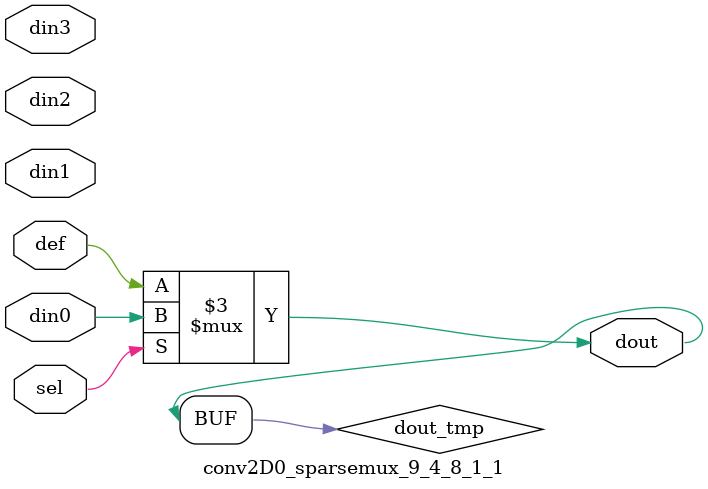
<source format=v>
`timescale 1ns / 1ps

module conv2D0_sparsemux_9_4_8_1_1 (din0,din1,din2,din3,def,sel,dout);

parameter din0_WIDTH = 1;

parameter din1_WIDTH = 1;

parameter din2_WIDTH = 1;

parameter din3_WIDTH = 1;

parameter def_WIDTH = 1;
parameter sel_WIDTH = 1;
parameter dout_WIDTH = 1;

parameter [sel_WIDTH-1:0] CASE0 = 1;

parameter [sel_WIDTH-1:0] CASE1 = 1;

parameter [sel_WIDTH-1:0] CASE2 = 1;

parameter [sel_WIDTH-1:0] CASE3 = 1;

parameter ID = 1;
parameter NUM_STAGE = 1;



input [din0_WIDTH-1:0] din0;

input [din1_WIDTH-1:0] din1;

input [din2_WIDTH-1:0] din2;

input [din3_WIDTH-1:0] din3;

input [def_WIDTH-1:0] def;
input [sel_WIDTH-1:0] sel;

output [dout_WIDTH-1:0] dout;



reg [dout_WIDTH-1:0] dout_tmp;

always @ (*) begin
case (sel)
    
    CASE0 : dout_tmp = din0;
    
    CASE1 : dout_tmp = din1;
    
    CASE2 : dout_tmp = din2;
    
    CASE3 : dout_tmp = din3;
    
    default : dout_tmp = def;
endcase
end


assign dout = dout_tmp;



endmodule

</source>
